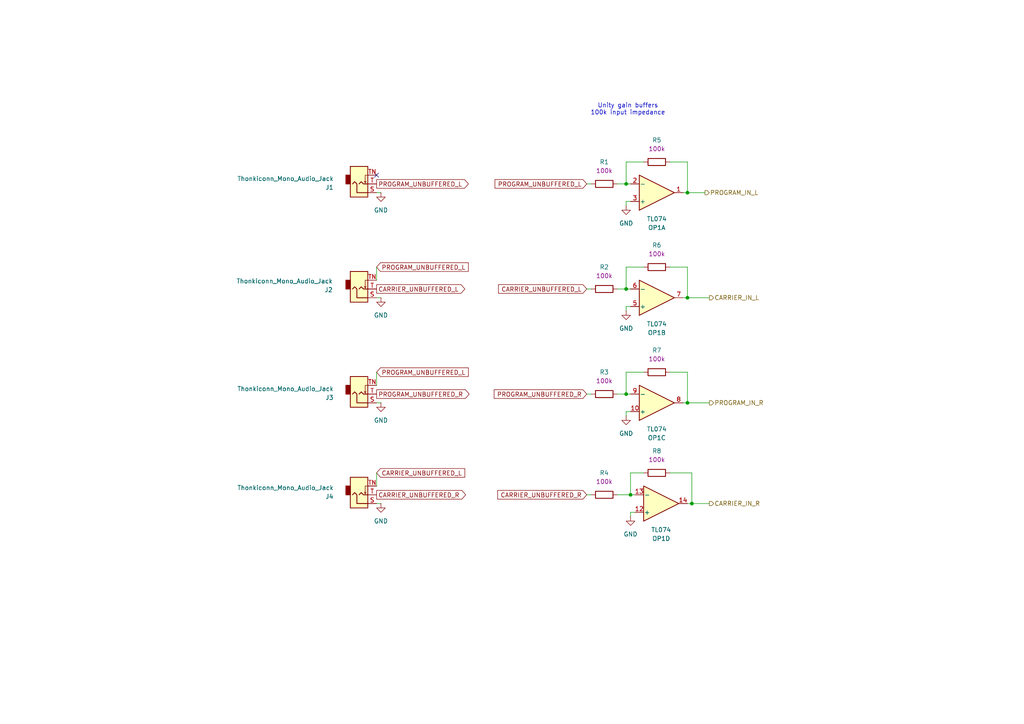
<source format=kicad_sch>
(kicad_sch (version 20250114) (generator "eeschema") (generator_version "9.0")
  (paper "A4")
  (lib_symbols
    (symbol "Amplifier_Operational:TL074" (pin_names (offset 0.127))
      (property "Reference" "U" (at 0 5.08 0))
      (property "Value" "TL074" (at 0 -5.08 0))
      (symbol "TL074_1_1"
        (polyline (pts (xy -5.08 5.08) (xy 5.08 0) (xy -5.08 -5.08) (xy -5.08 5.08)) (stroke (width 0.254)) (fill (type background)))
        (pin input line (at -7.62 2.54 0) (length 2.54) (name "+") (number "3"))
        (pin input line (at -7.62 -2.54 0) (length 2.54) (name "-") (number "2"))
        (pin output line (at 7.62 0 180) (length 2.54) (name "~") (number "1"))
      )
      (symbol "TL074_2_1"
        (polyline (pts (xy -5.08 5.08) (xy 5.08 0) (xy -5.08 -5.08) (xy -5.08 5.08)) (stroke (width 0.254)) (fill (type background)))
        (pin input line (at -7.62 2.54 0) (length 2.54) (name "+") (number "5"))
        (pin input line (at -7.62 -2.54 0) (length 2.54) (name "-") (number "6"))
        (pin output line (at 7.62 0 180) (length 2.54) (name "~") (number "7"))
      )
      (symbol "TL074_3_1"
        (polyline (pts (xy -5.08 5.08) (xy 5.08 0) (xy -5.08 -5.08) (xy -5.08 5.08)) (stroke (width 0.254)) (fill (type background)))
        (pin input line (at -7.62 2.54 0) (length 2.54) (name "+") (number "10"))
        (pin input line (at -7.62 -2.54 0) (length 2.54) (name "-") (number "9"))
        (pin output line (at 7.62 0 180) (length 2.54) (name "~") (number "8"))
      )
      (symbol "TL074_4_1"
        (polyline (pts (xy -5.08 5.08) (xy 5.08 0) (xy -5.08 -5.08) (xy -5.08 5.08)) (stroke (width 0.254)) (fill (type background)))
        (pin input line (at -7.62 2.54 0) (length 2.54) (name "+") (number "12"))
        (pin input line (at -7.62 -2.54 0) (length 2.54) (name "-") (number "13"))
        (pin output line (at 7.62 0 180) (length 2.54) (name "~") (number "14"))
      )
      (symbol "TL074_5_1"
        (pin power_in line (at -2.54 7.62 270) (length 3.81) (name "V+") (number "4"))
        (pin power_in line (at -2.54 -7.62 90) (length 3.81) (name "V-") (number "11"))
      )
    )
    (symbol "Lichen:100k_0603" (pin_numbers (hide yes)) (pin_names (offset 0))
      (property "Reference" "R6" (at -2.54 -1.2701 0))
      (property "Display" "100k" (at -2.54 1.2699 0))
      (symbol "100k_0603_0_1"
        (rectangle (start -1.016 -2.54) (end 1.016 2.54) (stroke (width 0.254)))
      )
      (symbol "100k_0603_1_1"
        (pin passive line (at 0 3.81 270) (length 1.27) (name "~") (number "1"))
        (pin passive line (at 0 -3.81 90) (length 1.27) (name "~") (number "2"))
      )
    )
    (symbol "Lichen:Thonkiconn_Mono_Audio_Jack"
      (property "Reference" "J1" (at -7.366 1.016 0))
      (property "Value" "Thonkiconn_Mono_Audio_Jack" (at -7.366 -1.524 0))
      (symbol "Thonkiconn_Mono_Audio_Jack_0_1"
        (rectangle (start -2.54 0) (end -3.81 -2.54) (stroke (width 0.254)) (fill (type outline)))
        (polyline (pts (xy 0 0) (xy 0.635 -0.635) (xy 1.27 0) (xy 2.54 0)) (stroke (width 0.254)))
        (polyline (pts (xy 1.778 -0.254) (xy 2.032 -0.762)))
        (rectangle (start 2.54 3.81) (end -2.54 -5.08) (stroke (width 0.254)) (fill (type background)))
        (polyline (pts (xy 2.54 2.54) (xy -0.635 2.54) (xy -0.635 0) (xy -1.27 -0.635) (xy -1.905 0)) (stroke (width 0.254)))
        (polyline (pts (xy 2.54 -2.54) (xy 1.778 -2.54) (xy 1.778 -0.254) (xy 1.524 -0.762)))
      )
      (symbol "Thonkiconn_Mono_Audio_Jack_1_1"
        (pin passive line (at 5.08 2.54 180) (length 2.54) (name "~") (number "S"))
        (pin passive line (at 5.08 0 180) (length 2.54) (name "~") (number "T"))
        (pin passive line (at 5.08 -2.54 180) (length 2.54) (name "~") (number "TN"))
      )
    )
    (symbol "power:GND" (power) (pin_numbers (hide yes)) (pin_names (offset 0) (hide yes))
      (property "Value" "GND" (at 0 -3.81 0))
      (symbol "GND_0_1"
        (polyline (pts (xy 0 0) (xy 0 -1.27) (xy 1.27 -1.27) (xy 0 -2.54) (xy -1.27 -1.27) (xy 0 -1.27)))
      )
      (symbol "GND_1_1"
        (pin power_in line (at 0 0 270) (length 0) (name "~") (number "1"))
      )
    )
  )
  (text "Unity gain buffers\n100k input impedance" (at 182.118 31.75 0) (effects (font (size 1.27 1.27))))
  (junction (at 181.61 83.82))
  (junction (at 199.39 55.88))
  (junction (at 200.66 146.05))
  (junction (at 199.39 116.84))
  (junction (at 181.61 114.3))
  (junction (at 182.88 143.51))
  (junction (at 199.39 86.36))
  (junction (at 181.61 53.34))
  (no_connect (at 109.22 50.8))
  (wire (pts (xy 182.88 143.51) (xy 184.15 143.51)))
  (wire (pts (xy 182.88 148.59) (xy 184.15 148.59)))
  (wire (pts (xy 182.88 137.16) (xy 182.88 143.51)))
  (wire (pts (xy 194.31 46.99) (xy 199.39 46.99)))
  (wire (pts (xy 199.39 46.99) (xy 199.39 55.88)))
  (wire (pts (xy 198.12 116.84) (xy 199.39 116.84)))
  (wire (pts (xy 109.22 55.88) (xy 110.49 55.88)))
  (wire (pts (xy 109.22 77.47) (xy 109.22 81.28)))
  (wire (pts (xy 179.07 143.51) (xy 182.88 143.51)))
  (wire (pts (xy 181.61 90.17) (xy 181.61 88.9)))
  (wire (pts (xy 181.61 114.3) (xy 182.88 114.3)))
  (wire (pts (xy 200.66 137.16) (xy 200.66 146.05)))
  (wire (pts (xy 181.61 120.65) (xy 181.61 119.38)))
  (wire (pts (xy 199.39 77.47) (xy 199.39 86.36)))
  (wire (pts (xy 181.61 59.69) (xy 181.61 58.42)))
  (wire (pts (xy 199.39 86.36) (xy 205.74 86.36)))
  (wire (pts (xy 199.39 55.88) (xy 204.47 55.88)))
  (wire (pts (xy 179.07 83.82) (xy 181.61 83.82)))
  (wire (pts (xy 186.69 137.16) (xy 182.88 137.16)))
  (wire (pts (xy 182.88 149.86) (xy 182.88 148.59)))
  (wire (pts (xy 199.39 146.05) (xy 200.66 146.05)))
  (wire (pts (xy 181.61 83.82) (xy 182.88 83.82)))
  (wire (pts (xy 200.66 146.05) (xy 205.74 146.05)))
  (wire (pts (xy 109.22 137.16) (xy 109.22 140.97)))
  (wire (pts (xy 186.69 46.99) (xy 181.61 46.99)))
  (wire (pts (xy 171.45 114.3) (xy 170.18 114.3)))
  (wire (pts (xy 194.31 77.47) (xy 199.39 77.47)))
  (wire (pts (xy 186.69 107.95) (xy 181.61 107.95)))
  (wire (pts (xy 198.12 86.36) (xy 199.39 86.36)))
  (wire (pts (xy 179.07 53.34) (xy 181.61 53.34)))
  (wire (pts (xy 181.61 83.82) (xy 181.61 77.47)))
  (wire (pts (xy 109.22 107.95) (xy 109.22 111.76)))
  (wire (pts (xy 109.22 86.36) (xy 110.49 86.36)))
  (wire (pts (xy 181.61 119.38) (xy 182.88 119.38)))
  (wire (pts (xy 181.61 58.42) (xy 182.88 58.42)))
  (wire (pts (xy 200.66 137.16) (xy 194.31 137.16)))
  (wire (pts (xy 109.22 116.84) (xy 110.49 116.84)))
  (wire (pts (xy 181.61 46.99) (xy 181.61 53.34)))
  (wire (pts (xy 199.39 116.84) (xy 205.74 116.84)))
  (wire (pts (xy 181.61 107.95) (xy 181.61 114.3)))
  (wire (pts (xy 109.22 146.05) (xy 110.49 146.05)))
  (wire (pts (xy 198.12 55.88) (xy 199.39 55.88)))
  (wire (pts (xy 181.61 77.47) (xy 186.69 77.47)))
  (wire (pts (xy 171.45 53.34) (xy 170.18 53.34)))
  (wire (pts (xy 181.61 53.34) (xy 182.88 53.34)))
  (wire (pts (xy 171.45 143.51) (xy 170.18 143.51)))
  (wire (pts (xy 199.39 107.95) (xy 199.39 116.84)))
  (wire (pts (xy 171.45 83.82) (xy 170.18 83.82)))
  (wire (pts (xy 179.07 114.3) (xy 181.61 114.3)))
  (wire (pts (xy 199.39 107.95) (xy 194.31 107.95)))
  (wire (pts (xy 181.61 88.9) (xy 182.88 88.9)))
  (global_label "PROGRAM_UNBUFFERED_L" (shape input) (at 170.18 53.34 180) (property "Intersheetrefs" "${INTERSHEET_REFS}" (effects (hide yes))))
  (global_label "CARRIER_UNBUFFERED_R" (shape output) (at 109.22 143.51 0) (property "Intersheetrefs" "${INTERSHEET_REFS}" (effects (hide yes))))
  (global_label "PROGRAM_UNBUFFERED_L" (shape input) (at 109.22 107.95 0) (property "Intersheetrefs" "${INTERSHEET_REFS}" (effects (hide yes))))
  (global_label "CARRIER_UNBUFFERED_L" (shape output) (at 109.22 83.82 0) (property "Intersheetrefs" "${INTERSHEET_REFS}" (effects (hide yes))))
  (global_label "CARRIER_UNBUFFERED_L" (shape input) (at 109.22 137.16 0) (property "Intersheetrefs" "${INTERSHEET_REFS}" (effects (hide yes))))
  (global_label "CARRIER_UNBUFFERED_R" (shape input) (at 170.18 143.51 180) (property "Intersheetrefs" "${INTERSHEET_REFS}" (effects (hide yes))))
  (global_label "CARRIER_UNBUFFERED_L" (shape input) (at 170.18 83.82 180) (property "Intersheetrefs" "${INTERSHEET_REFS}" (effects (hide yes))))
  (global_label "PROGRAM_UNBUFFERED_R" (shape output) (at 109.22 114.3 0) (property "Intersheetrefs" "${INTERSHEET_REFS}" (effects (hide yes))))
  (global_label "PROGRAM_UNBUFFERED_L" (shape input) (at 109.22 77.47 0) (property "Intersheetrefs" "${INTERSHEET_REFS}" (effects (hide yes))))
  (global_label "PROGRAM_UNBUFFERED_R" (shape input) (at 170.18 114.3 180) (property "Intersheetrefs" "${INTERSHEET_REFS}" (effects (hide yes))))
  (global_label "PROGRAM_UNBUFFERED_L" (shape output) (at 109.22 53.34 0) (property "Intersheetrefs" "${INTERSHEET_REFS}" (effects (hide yes))))
  (hierarchical_label "PROGRAM_IN_R" (shape output) (at 205.74 116.84 0))
  (hierarchical_label "PROGRAM_IN_L" (shape output) (at 204.47 55.88 0))
  (hierarchical_label "CARRIER_IN_L" (shape output) (at 205.74 86.36 0))
  (hierarchical_label "CARRIER_IN_R" (shape output) (at 205.74 146.05 0))
  (symbol (lib_id "Lichen:Thonkiconn_Mono_Audio_Jack") (at 104.14 83.82 0) (mirror x) (unit 1)
    (property "Reference" "J2" (at 96.52 84.074 0) (effects (justify right)))
    (property "Value" "Thonkiconn_Mono_Audio_Jack" (at 96.52 81.534 0) (effects (justify right)))
    (property "Footprint" "Lichen:Audio_Jack_Thonkiconn_Mono" (effects (hide yes)))
    (property "Datasheet" "https://www.thonk.co.uk/wp-content/uploads/2018/07/Thonkiconn_Jack_Datasheet-new.jpg" (effects (hide yes)))
    (property "Description" "Audio Jack, 2 Poles (Mono / TS), Switched T Pole (Normalling)" (effects (hide yes)))
    (property "Manufacturer" "WQP" (effects (hide yes)))
    (property "Part Number" "WQP518MA/PJ398SM" (effects (hide yes)))
  )
  (symbol (lib_id "power:GND") (at 110.49 116.84 0) (unit 1)
    (property "Reference" "#PWR015" (effects (hide yes)))
    (property "Value" "GND" (at 110.49 121.92 0))
    (property "Description" "Power symbol creates a global label with name \"GND\" , ground" (effects (hide yes)))
  )
  (symbol (lib_id "power:GND") (at 181.61 59.69 0) (unit 1)
    (property "Reference" "#PWR017" (effects (hide yes)))
    (property "Value" "GND" (at 181.61 64.77 0))
    (property "Description" "Power symbol creates a global label with name \"GND\" , ground" (effects (hide yes)))
  )
  (symbol (lib_id "Lichen:100k_0603") (at 190.5 46.99 90) (mirror x) (unit 1)
    (property "Reference" "R5" (at 190.5 40.64 90))
    (property "Value" "100k_0603" (effects (hide yes)))
    (property "Footprint" "Lichen:R_0603" (effects (hide yes)))
    (property "Datasheet" "https://www.lcsc.com/datasheet/lcsc_datasheet_2206010045_UNI-ROYAL-Uniroyal-Elec-0603WAF1003T5E_C25803.pdf" (effects (hide yes)))
    (property "Description" "100K, 1%, 1/10W, 0603" (effects (hide yes)))
    (property "Manufacturer" "UNI-ROYAL" (effects (hide yes)))
    (property "Part Number" "0603WAF1003T5E" (effects (hide yes)))
    (property "Display" "100k" (at 190.5 43.18 90))
    (property "JLCPCB ID" "C25803" (effects (hide yes)))
  )
  (symbol (lib_id "Lichen:100k_0603") (at 175.26 143.51 90) (unit 1)
    (property "Reference" "R4" (at 175.26 137.16 90))
    (property "Value" "100k_0603" (effects (hide yes)))
    (property "Footprint" "Lichen:R_0603" (effects (hide yes)))
    (property "Datasheet" "https://www.lcsc.com/datasheet/lcsc_datasheet_2206010045_UNI-ROYAL-Uniroyal-Elec-0603WAF1003T5E_C25803.pdf" (effects (hide yes)))
    (property "Description" "100K, 1%, 1/10W, 0603" (effects (hide yes)))
    (property "Manufacturer" "UNI-ROYAL" (effects (hide yes)))
    (property "Part Number" "0603WAF1003T5E" (effects (hide yes)))
    (property "Display" "100k" (at 175.26 139.7 90))
    (property "JLCPCB ID" "C25803" (effects (hide yes)))
  )
  (symbol (lib_id "Lichen:100k_0603") (at 175.26 83.82 90) (unit 1)
    (property "Reference" "R2" (at 175.26 77.47 90))
    (property "Value" "100k_0603" (effects (hide yes)))
    (property "Footprint" "Lichen:R_0603" (effects (hide yes)))
    (property "Datasheet" "https://www.lcsc.com/datasheet/lcsc_datasheet_2206010045_UNI-ROYAL-Uniroyal-Elec-0603WAF1003T5E_C25803.pdf" (effects (hide yes)))
    (property "Description" "100K, 1%, 1/10W, 0603" (effects (hide yes)))
    (property "Manufacturer" "UNI-ROYAL" (effects (hide yes)))
    (property "Part Number" "0603WAF1003T5E" (effects (hide yes)))
    (property "Display" "100k" (at 175.26 80.01 90))
    (property "JLCPCB ID" "C25803" (effects (hide yes)))
  )
  (symbol (lib_id "Lichen:100k_0603") (at 190.5 137.16 90) (mirror x) (unit 1)
    (property "Reference" "R8" (at 190.5 130.81 90))
    (property "Value" "100k_0603" (effects (hide yes)))
    (property "Footprint" "Lichen:R_0603" (effects (hide yes)))
    (property "Datasheet" "https://www.lcsc.com/datasheet/lcsc_datasheet_2206010045_UNI-ROYAL-Uniroyal-Elec-0603WAF1003T5E_C25803.pdf" (effects (hide yes)))
    (property "Description" "100K, 1%, 1/10W, 0603" (effects (hide yes)))
    (property "Manufacturer" "UNI-ROYAL" (effects (hide yes)))
    (property "Part Number" "0603WAF1003T5E" (effects (hide yes)))
    (property "Display" "100k" (at 190.5 133.35 90))
    (property "JLCPCB ID" "C25803" (effects (hide yes)))
  )
  (symbol (lib_id "power:GND") (at 182.88 149.86 0) (unit 1)
    (property "Reference" "#PWR020" (effects (hide yes)))
    (property "Value" "GND" (at 182.88 154.94 0))
    (property "Description" "Power symbol creates a global label with name \"GND\" , ground" (effects (hide yes)))
  )
  (symbol (lib_id "power:GND") (at 181.61 90.17 0) (unit 1)
    (property "Reference" "#PWR018" (effects (hide yes)))
    (property "Value" "GND" (at 181.61 95.25 0))
    (property "Description" "Power symbol creates a global label with name \"GND\" , ground" (effects (hide yes)))
  )
  (symbol (lib_id "Lichen:Thonkiconn_Mono_Audio_Jack") (at 104.14 53.34 0) (mirror x) (unit 1)
    (property "Reference" "J1" (at 96.774 54.356 0) (effects (justify right)))
    (property "Value" "Thonkiconn_Mono_Audio_Jack" (at 96.774 51.816 0) (effects (justify right)))
    (property "Footprint" "Lichen:Audio_Jack_Thonkiconn_Mono" (effects (hide yes)))
    (property "Datasheet" "https://www.thonk.co.uk/wp-content/uploads/2018/07/Thonkiconn_Jack_Datasheet-new.jpg" (effects (hide yes)))
    (property "Description" "Audio Jack, 2 Poles (Mono / TS), Switched T Pole (Normalling)" (effects (hide yes)))
    (property "Manufacturer" "WQP" (effects (hide yes)))
    (property "Part Number" "WQP518MA/PJ398SM" (effects (hide yes)))
  )
  (symbol (lib_id "Amplifier_Operational:TL074") (at 190.5 55.88 0) (mirror x) (unit 1)
    (property "Reference" "OP1" (at 190.5 66.04 0))
    (property "Value" "TL074" (at 190.5 63.5 0))
    (property "Footprint" "Package_SO:SOIC-14_3.9x8.7mm_P1.27mm" (effects (hide yes)))
    (property "Datasheet" "http://www.ti.com/lit/ds/symlink/tl071.pdf" (effects (hide yes)))
    (property "Description" "Quad Low-Noise JFET-Input Operational Amplifiers, DIP-14/SOIC-14" (effects (hide yes)))
  )
  (symbol (lib_id "Lichen:100k_0603") (at 190.5 107.95 90) (mirror x) (unit 1)
    (property "Reference" "R7" (at 190.5 101.6 90))
    (property "Value" "100k_0603" (effects (hide yes)))
    (property "Footprint" "Lichen:R_0603" (effects (hide yes)))
    (property "Datasheet" "https://www.lcsc.com/datasheet/lcsc_datasheet_2206010045_UNI-ROYAL-Uniroyal-Elec-0603WAF1003T5E_C25803.pdf" (effects (hide yes)))
    (property "Description" "100K, 1%, 1/10W, 0603" (effects (hide yes)))
    (property "Manufacturer" "UNI-ROYAL" (effects (hide yes)))
    (property "Part Number" "0603WAF1003T5E" (effects (hide yes)))
    (property "Display" "100k" (at 190.5 104.14 90))
    (property "JLCPCB ID" "C25803" (effects (hide yes)))
  )
  (symbol (lib_id "Lichen:Thonkiconn_Mono_Audio_Jack") (at 104.14 143.51 0) (mirror x) (unit 1)
    (property "Reference" "J4" (at 96.774 144.018 0) (effects (justify right)))
    (property "Value" "Thonkiconn_Mono_Audio_Jack" (at 96.774 141.478 0) (effects (justify right)))
    (property "Footprint" "Lichen:Audio_Jack_Thonkiconn_Mono" (effects (hide yes)))
    (property "Datasheet" "https://www.thonk.co.uk/wp-content/uploads/2018/07/Thonkiconn_Jack_Datasheet-new.jpg" (effects (hide yes)))
    (property "Description" "Audio Jack, 2 Poles (Mono / TS), Switched T Pole (Normalling)" (effects (hide yes)))
    (property "Manufacturer" "WQP" (effects (hide yes)))
    (property "Part Number" "WQP518MA/PJ398SM" (effects (hide yes)))
  )
  (symbol (lib_id "power:GND") (at 110.49 86.36 0) (unit 1)
    (property "Reference" "#PWR014" (effects (hide yes)))
    (property "Value" "GND" (at 110.49 91.44 0))
    (property "Description" "Power symbol creates a global label with name \"GND\" , ground" (effects (hide yes)))
  )
  (symbol (lib_id "Amplifier_Operational:TL074") (at 190.5 86.36 0) (mirror x) (unit 2)
    (property "Reference" "OP1" (at 190.5 96.52 0))
    (property "Value" "TL074" (at 190.5 93.98 0))
    (property "Footprint" "Package_SO:SOIC-14_3.9x8.7mm_P1.27mm" (effects (hide yes)))
    (property "Datasheet" "http://www.ti.com/lit/ds/symlink/tl071.pdf" (effects (hide yes)))
    (property "Description" "Quad Low-Noise JFET-Input Operational Amplifiers, DIP-14/SOIC-14" (effects (hide yes)))
  )
  (symbol (lib_id "power:GND") (at 110.49 146.05 0) (unit 1)
    (property "Reference" "#PWR016" (effects (hide yes)))
    (property "Value" "GND" (at 110.49 151.13 0))
    (property "Description" "Power symbol creates a global label with name \"GND\" , ground" (effects (hide yes)))
  )
  (symbol (lib_id "Amplifier_Operational:TL074") (at 191.77 146.05 0) (mirror x) (unit 4)
    (property "Reference" "OP1" (at 191.77 156.21 0))
    (property "Value" "TL074" (at 191.77 153.67 0))
    (property "Footprint" "Package_SO:SOIC-14_3.9x8.7mm_P1.27mm" (effects (hide yes)))
    (property "Datasheet" "http://www.ti.com/lit/ds/symlink/tl071.pdf" (effects (hide yes)))
    (property "Description" "Quad Low-Noise JFET-Input Operational Amplifiers, DIP-14/SOIC-14" (effects (hide yes)))
  )
  (symbol (lib_id "Lichen:100k_0603") (at 190.5 77.47 90) (mirror x) (unit 1)
    (property "Reference" "R6" (at 190.5 71.12 90))
    (property "Value" "100k_0603" (effects (hide yes)))
    (property "Footprint" "Lichen:R_0603" (effects (hide yes)))
    (property "Datasheet" "https://www.lcsc.com/datasheet/lcsc_datasheet_2206010045_UNI-ROYAL-Uniroyal-Elec-0603WAF1003T5E_C25803.pdf" (effects (hide yes)))
    (property "Description" "100K, 1%, 1/10W, 0603" (effects (hide yes)))
    (property "Manufacturer" "UNI-ROYAL" (effects (hide yes)))
    (property "Part Number" "0603WAF1003T5E" (effects (hide yes)))
    (property "Display" "100k" (at 190.5 73.66 90))
    (property "JLCPCB ID" "C25803" (effects (hide yes)))
  )
  (symbol (lib_id "power:GND") (at 181.61 120.65 0) (unit 1)
    (property "Reference" "#PWR019" (effects (hide yes)))
    (property "Value" "GND" (at 181.61 125.73 0))
    (property "Description" "Power symbol creates a global label with name \"GND\" , ground" (effects (hide yes)))
  )
  (symbol (lib_id "Lichen:100k_0603") (at 175.26 114.3 90) (unit 1)
    (property "Reference" "R3" (at 175.26 107.95 90))
    (property "Value" "100k_0603" (effects (hide yes)))
    (property "Footprint" "Lichen:R_0603" (effects (hide yes)))
    (property "Datasheet" "https://www.lcsc.com/datasheet/lcsc_datasheet_2206010045_UNI-ROYAL-Uniroyal-Elec-0603WAF1003T5E_C25803.pdf" (effects (hide yes)))
    (property "Description" "100K, 1%, 1/10W, 0603" (effects (hide yes)))
    (property "Manufacturer" "UNI-ROYAL" (effects (hide yes)))
    (property "Part Number" "0603WAF1003T5E" (effects (hide yes)))
    (property "Display" "100k" (at 175.26 110.49 90))
    (property "JLCPCB ID" "C25803" (effects (hide yes)))
  )
  (symbol (lib_id "Lichen:100k_0603") (at 175.26 53.34 90) (unit 1)
    (property "Reference" "R1" (at 175.26 46.99 90))
    (property "Value" "100k_0603" (effects (hide yes)))
    (property "Footprint" "Lichen:R_0603" (effects (hide yes)))
    (property "Datasheet" "https://www.lcsc.com/datasheet/lcsc_datasheet_2206010045_UNI-ROYAL-Uniroyal-Elec-0603WAF1003T5E_C25803.pdf" (effects (hide yes)))
    (property "Description" "100K, 1%, 1/10W, 0603" (effects (hide yes)))
    (property "Manufacturer" "UNI-ROYAL" (effects (hide yes)))
    (property "Part Number" "0603WAF1003T5E" (effects (hide yes)))
    (property "Display" "100k" (at 175.26 49.53 90))
    (property "JLCPCB ID" "C25803" (effects (hide yes)))
  )
  (symbol (lib_id "Lichen:Thonkiconn_Mono_Audio_Jack") (at 104.14 114.3 0) (mirror x) (unit 1)
    (property "Reference" "J3" (at 96.774 115.316 0) (effects (justify right)))
    (property "Value" "Thonkiconn_Mono_Audio_Jack" (at 96.774 112.776 0) (effects (justify right)))
    (property "Footprint" "Lichen:Audio_Jack_Thonkiconn_Mono" (effects (hide yes)))
    (property "Datasheet" "https://www.thonk.co.uk/wp-content/uploads/2018/07/Thonkiconn_Jack_Datasheet-new.jpg" (effects (hide yes)))
    (property "Description" "Audio Jack, 2 Poles (Mono / TS), Switched T Pole (Normalling)" (effects (hide yes)))
    (property "Manufacturer" "WQP" (effects (hide yes)))
    (property "Part Number" "WQP518MA/PJ398SM" (effects (hide yes)))
  )
  (symbol (lib_id "Amplifier_Operational:TL074") (at 190.5 116.84 0) (mirror x) (unit 3)
    (property "Reference" "OP1" (at 190.5 127 0))
    (property "Value" "TL074" (at 190.5 124.46 0))
    (property "Footprint" "Package_SO:SOIC-14_3.9x8.7mm_P1.27mm" (effects (hide yes)))
    (property "Datasheet" "http://www.ti.com/lit/ds/symlink/tl071.pdf" (effects (hide yes)))
    (property "Description" "Quad Low-Noise JFET-Input Operational Amplifiers, DIP-14/SOIC-14" (effects (hide yes)))
  )
  (symbol (lib_id "power:GND") (at 110.49 55.88 0) (unit 1)
    (property "Reference" "#PWR013" (effects (hide yes)))
    (property "Value" "GND" (at 110.49 60.96 0))
    (property "Description" "Power symbol creates a global label with name \"GND\" , ground" (effects (hide yes)))
  )
)
</source>
